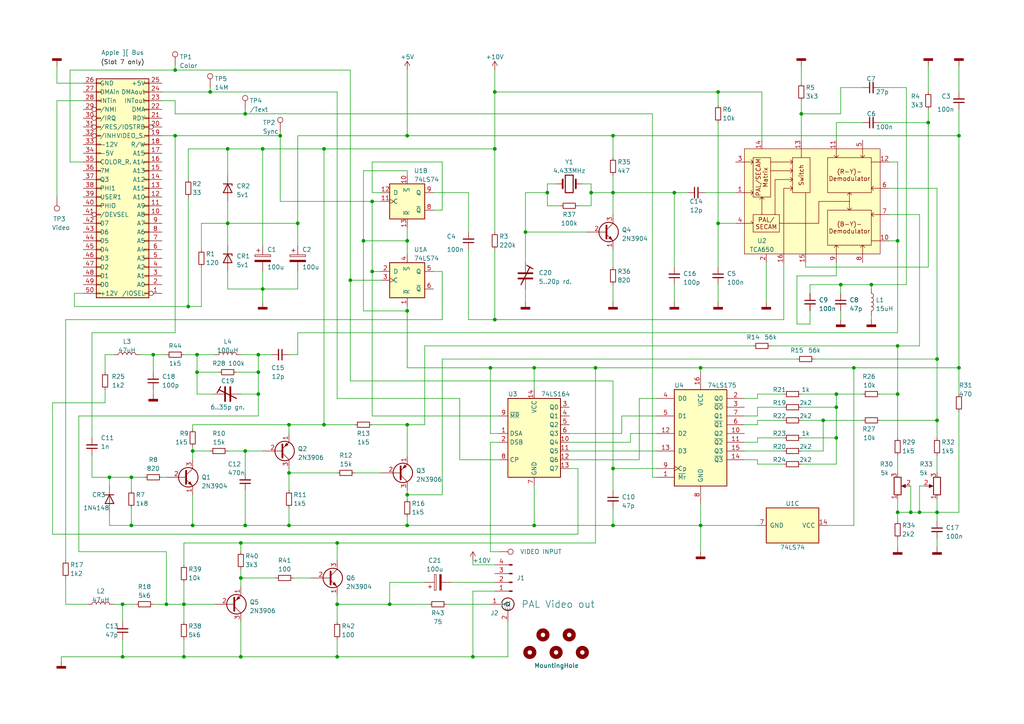
<source format=kicad_sch>
(kicad_sch (version 20230121) (generator eeschema)
  (paper "A4")
  (title_block (title "Apple II PAL Card reloaded") (date "2023-05-06") (rev "2"))
  (junction (at 31.75 138.43))
  (junction (at 118.11 152.4))
  (junction (at 271.78 148.59))
  (junction (at 171.45 55.88))
  (junction (at 278.13 39.37))
  (junction (at 101.6 81.28))
  (junction (at 260.35 69.85))
  (junction (at 60.96 26.67))
  (junction (at 69.85 167.64))
  (junction (at 143.51 26.67))
  (junction (at 208.28 64.77))
  (junction (at 105.41 69.85))
  (junction (at 260.35 148.59))
  (junction (at 74.93 107.95))
  (junction (at 107.95 78.74))
  (junction (at 203.2 152.4))
  (junction (at 242.57 118.11))
  (junction (at 107.95 58.42))
  (junction (at 44.45 102.87))
  (junction (at 118.11 69.85))
  (junction (at 66.04 64.77))
  (junction (at 69.85 157.48))
  (junction (at 50.8 20.32))
  (junction (at 152.4 67.31))
  (junction (at 172.72 106.68))
  (junction (at 76.2 43.18))
  (junction (at 97.79 190.5))
  (junction (at 50.8 39.37))
  (junction (at 238.76 121.92))
  (junction (at 35.56 175.26))
  (junction (at 154.94 106.68))
  (junction (at 54.61 88.9))
  (junction (at 260.35 100.33))
  (junction (at 242.57 114.3))
  (junction (at 71.12 33.02))
  (junction (at 76.2 83.82))
  (junction (at 38.1 152.4))
  (junction (at 66.04 43.18))
  (junction (at 266.7 148.59))
  (junction (at 195.58 55.88))
  (junction (at 97.79 157.48))
  (junction (at 260.35 114.3))
  (junction (at 118.11 39.37))
  (junction (at 158.75 55.88))
  (junction (at 118.11 123.19))
  (junction (at 57.15 107.95))
  (junction (at 69.85 190.5))
  (junction (at 208.28 26.67))
  (junction (at 154.94 152.4))
  (junction (at 247.65 106.68))
  (junction (at 38.1 138.43))
  (junction (at 177.8 55.88))
  (junction (at 177.8 135.89))
  (junction (at 97.79 175.26))
  (junction (at 118.11 143.51))
  (junction (at 93.98 43.18))
  (junction (at 113.03 175.26))
  (junction (at 177.8 152.4))
  (junction (at 232.41 33.02))
  (junction (at 264.16 148.59))
  (junction (at 142.24 106.68))
  (junction (at 137.16 190.5))
  (junction (at 83.82 123.19))
  (junction (at 143.51 92.71))
  (junction (at 57.15 102.87))
  (junction (at 203.2 106.68))
  (junction (at 81.28 39.37))
  (junction (at 35.56 190.5))
  (junction (at 118.11 90.17))
  (junction (at 53.34 190.5))
  (junction (at 74.93 102.87))
  (junction (at 278.13 106.68))
  (junction (at 269.24 35.56))
  (junction (at 53.34 175.26))
  (junction (at 271.78 104.14))
  (junction (at 83.82 152.4))
  (junction (at 48.26 175.26))
  (junction (at 252.73 82.55))
  (junction (at 243.84 82.55))
  (junction (at 55.88 152.4))
  (junction (at 143.51 43.18))
  (junction (at 271.78 121.92))
  (junction (at 74.93 114.3))
  (junction (at 86.36 64.77))
  (junction (at 242.57 127))
  (junction (at 71.12 130.81))
  (junction (at 93.98 123.19))
  (junction (at 177.8 39.37))
  (junction (at 83.82 137.16))
  (junction (at 71.12 152.4))
  (junction (at 55.88 130.81))
  (wire (pts (xy 137.16 190.5) (xy 147.32 190.5)))
  (wire (pts (xy 107.95 78.74) (xy 107.95 120.65)))
  (wire (pts (xy 118.11 50.8) (xy 118.11 49.53)))
  (wire (pts (xy 227.33 76.2) (xy 227.33 92.71)))
  (wire (pts (xy 83.82 137.16) (xy 83.82 142.24)))
  (wire (pts (xy 55.88 152.4) (xy 38.1 152.4)))
  (wire (pts (xy 278.13 39.37) (xy 177.8 39.37)))
  (wire (pts (xy 158.75 55.88) (xy 158.75 53.34)))
  (wire (pts (xy 97.79 157.48) (xy 172.72 157.48)))
  (wire (pts (xy 118.11 123.19) (xy 123.19 123.19)))
  (wire (pts (xy 66.04 64.77) (xy 58.42 64.77)))
  (wire (pts (xy 105.41 69.85) (xy 105.41 90.17)))
  (wire (pts (xy 31.75 138.43) (xy 31.75 140.97)))
  (wire (pts (xy 86.36 39.37) (xy 118.11 39.37)))
  (wire (pts (xy 85.09 167.64) (xy 90.17 167.64)))
  (wire (pts (xy 215.9 120.65) (xy 219.71 120.65)))
  (wire (pts (xy 137.16 163.83) (xy 143.51 163.83)))
  (wire (pts (xy 143.51 72.39) (xy 143.51 92.71)))
  (wire (pts (xy 269.24 19.05) (xy 269.24 26.67)))
  (wire (pts (xy 76.2 83.82) (xy 86.36 83.82)))
  (wire (pts (xy 118.11 149.86) (xy 118.11 152.4)))
  (wire (pts (xy 33.02 175.26) (xy 35.56 175.26)))
  (wire (pts (xy 35.56 175.26) (xy 35.56 180.34)))
  (wire (pts (xy 118.11 69.85) (xy 118.11 73.66)))
  (wire (pts (xy 147.32 180.34) (xy 147.32 190.5)))
  (wire (pts (xy 128.27 46.99) (xy 107.95 46.99)))
  (wire (pts (xy 22.86 120.65) (xy 22.86 160.02)))
  (wire (pts (xy 66.04 83.82) (xy 76.2 83.82)))
  (wire (pts (xy 128.27 143.51) (xy 118.11 143.51)))
  (wire (pts (xy 271.78 151.13) (xy 271.78 148.59)))
  (wire (pts (xy 69.85 190.5) (xy 53.34 190.5)))
  (wire (pts (xy 128.27 60.96) (xy 128.27 46.99)))
  (wire (pts (xy 74.93 107.95) (xy 74.93 114.3)))
  (wire (pts (xy 243.84 33.02) (xy 243.84 25.4)))
  (wire (pts (xy 278.13 39.37) (xy 278.13 106.68)))
  (wire (pts (xy 46.99 26.67) (xy 60.96 26.67)))
  (wire (pts (xy 101.6 81.28) (xy 101.6 110.49)))
  (wire (pts (xy 203.2 106.68) (xy 203.2 107.95)))
  (wire (pts (xy 215.9 133.35) (xy 219.71 133.35)))
  (wire (pts (xy 50.8 39.37) (xy 50.8 96.52)))
  (wire (pts (xy 71.12 152.4) (xy 83.82 152.4)))
  (wire (pts (xy 107.95 58.42) (xy 107.95 78.74)))
  (wire (pts (xy 118.11 106.68) (xy 118.11 90.17)))
  (wire (pts (xy 105.41 49.53) (xy 105.41 69.85)))
  (wire (pts (xy 257.81 69.85) (xy 260.35 69.85)))
  (wire (pts (xy 154.94 152.4) (xy 177.8 152.4)))
  (wire (pts (xy 190.5 125.73) (xy 182.88 125.73)))
  (wire (pts (xy 143.51 20.32) (xy 143.51 26.67)))
  (wire (pts (xy 203.2 152.4) (xy 203.2 160.02)))
  (wire (pts (xy 137.16 171.45) (xy 137.16 190.5)))
  (wire (pts (xy 97.79 190.5) (xy 69.85 190.5)))
  (wire (pts (xy 278.13 19.05) (xy 278.13 26.67)))
  (wire (pts (xy 21.59 85.09) (xy 21.59 88.9)))
  (wire (pts (xy 123.19 100.33) (xy 218.44 100.33)))
  (wire (pts (xy 58.42 64.77) (xy 58.42 72.39)))
  (wire (pts (xy 31.75 138.43) (xy 38.1 138.43)))
  (wire (pts (xy 50.8 96.52) (xy 26.67 96.52)))
  (wire (pts (xy 278.13 31.75) (xy 278.13 39.37)))
  (wire (pts (xy 135.89 55.88) (xy 135.89 67.31)))
  (wire (pts (xy 105.41 90.17) (xy 118.11 90.17)))
  (wire (pts (xy 118.11 123.19) (xy 118.11 132.08)))
  (wire (pts (xy 38.1 152.4) (xy 31.75 152.4)))
  (wire (pts (xy 107.95 123.19) (xy 118.11 123.19)))
  (wire (pts (xy 143.51 92.71) (xy 227.33 92.71)))
  (wire (pts (xy 50.8 20.32) (xy 101.6 20.32)))
  (wire (pts (xy 135.89 92.71) (xy 143.51 92.71)))
  (wire (pts (xy 125.73 55.88) (xy 135.89 55.88)))
  (wire (pts (xy 69.85 167.64) (xy 69.85 170.18)))
  (wire (pts (xy 255.27 35.56) (xy 269.24 35.56)))
  (wire (pts (xy 129.54 175.26) (xy 142.24 175.26)))
  (wire (pts (xy 154.94 140.97) (xy 154.94 152.4)))
  (wire (pts (xy 55.88 129.54) (xy 55.88 130.81)))
  (wire (pts (xy 128.27 104.14) (xy 231.14 104.14)))
  (wire (pts (xy 232.41 118.11) (xy 242.57 118.11)))
  (wire (pts (xy 232.41 134.62) (xy 242.57 134.62)))
  (wire (pts (xy 16.51 29.21) (xy 24.13 29.21)))
  (wire (pts (xy 74.93 102.87) (xy 74.93 107.95)))
  (wire (pts (xy 142.24 106.68) (xy 118.11 106.68)))
  (wire (pts (xy 177.8 135.89) (xy 177.8 110.49)))
  (wire (pts (xy 46.99 39.37) (xy 50.8 39.37)))
  (wire (pts (xy 66.04 130.81) (xy 71.12 130.81)))
  (wire (pts (xy 177.8 72.39) (xy 177.8 77.47)))
  (wire (pts (xy 83.82 137.16) (xy 83.82 135.89)))
  (wire (pts (xy 238.76 121.92) (xy 250.19 121.92)))
  (wire (pts (xy 22.86 160.02) (xy 48.26 160.02)))
  (wire (pts (xy 266.7 148.59) (xy 271.78 148.59)))
  (wire (pts (xy 219.71 115.57) (xy 219.71 114.3)))
  (wire (pts (xy 50.8 39.37) (xy 81.28 39.37)))
  (wire (pts (xy 223.52 100.33) (xy 260.35 100.33)))
  (wire (pts (xy 97.79 190.5) (xy 137.16 190.5)))
  (wire (pts (xy 255.27 114.3) (xy 260.35 114.3)))
  (wire (pts (xy 44.45 102.87) (xy 48.26 102.87)))
  (wire (pts (xy 76.2 43.18) (xy 93.98 43.18)))
  (wire (pts (xy 53.34 157.48) (xy 53.34 163.83)))
  (wire (pts (xy 243.84 82.55) (xy 243.84 85.09)))
  (wire (pts (xy 107.95 46.99) (xy 107.95 55.88)))
  (wire (pts (xy 71.12 130.81) (xy 76.2 130.81)))
  (wire (pts (xy 118.11 66.04) (xy 118.11 69.85)))
  (wire (pts (xy 271.78 156.21) (xy 271.78 158.75)))
  (wire (pts (xy 219.71 128.27) (xy 219.71 127)))
  (wire (pts (xy 57.15 102.87) (xy 57.15 107.95)))
  (wire (pts (xy 125.73 60.96) (xy 128.27 60.96)))
  (wire (pts (xy 63.5 107.95) (xy 57.15 107.95)))
  (wire (pts (xy 81.28 58.42) (xy 107.95 58.42)))
  (wire (pts (xy 105.41 69.85) (xy 118.11 69.85)))
  (wire (pts (xy 133.35 115.57) (xy 133.35 133.35)))
  (wire (pts (xy 215.9 123.19) (xy 219.71 123.19)))
  (wire (pts (xy 69.85 157.48) (xy 97.79 157.48)))
  (wire (pts (xy 154.94 106.68) (xy 154.94 113.03)))
  (wire (pts (xy 177.8 55.88) (xy 171.45 55.88)))
  (wire (pts (xy 190.5 120.65) (xy 180.34 120.65)))
  (wire (pts (xy 60.96 25.4) (xy 60.96 26.67)))
  (wire (pts (xy 137.16 162.56) (xy 137.16 163.83)))
  (wire (pts (xy 190.5 135.89) (xy 177.8 135.89)))
  (wire (pts (xy 113.03 168.91) (xy 123.19 168.91)))
  (wire (pts (xy 54.61 43.18) (xy 66.04 43.18)))
  (wire (pts (xy 233.68 76.2) (xy 233.68 77.47)))
  (wire (pts (xy 130.81 168.91) (xy 143.51 168.91)))
  (wire (pts (xy 243.84 90.17) (xy 243.84 92.71)))
  (wire (pts (xy 242.57 35.56) (xy 242.57 40.64)))
  (wire (pts (xy 255.27 121.92) (xy 271.78 121.92)))
  (wire (pts (xy 16.51 19.05) (xy 16.51 24.13)))
  (wire (pts (xy 165.1 135.89) (xy 167.64 135.89)))
  (wire (pts (xy 278.13 106.68) (xy 278.13 114.3)))
  (wire (pts (xy 152.4 55.88) (xy 152.4 67.31)))
  (wire (pts (xy 26.67 138.43) (xy 31.75 138.43)))
  (wire (pts (xy 118.11 20.32) (xy 118.11 39.37)))
  (wire (pts (xy 243.84 82.55) (xy 252.73 82.55)))
  (wire (pts (xy 60.96 26.67) (xy 97.79 26.67)))
  (wire (pts (xy 219.71 121.92) (xy 227.33 121.92)))
  (wire (pts (xy 97.79 26.67) (xy 97.79 115.57)))
  (wire (pts (xy 152.4 83.82) (xy 152.4 87.63)))
  (wire (pts (xy 264.16 148.59) (xy 266.7 148.59)))
  (wire (pts (xy 80.01 167.64) (xy 69.85 167.64)))
  (wire (pts (xy 143.51 26.67) (xy 143.51 43.18)))
  (wire (pts (xy 271.78 104.14) (xy 271.78 121.92)))
  (wire (pts (xy 232.41 121.92) (xy 238.76 121.92)))
  (wire (pts (xy 97.79 185.42) (xy 97.79 190.5)))
  (wire (pts (xy 76.2 83.82) (xy 76.2 87.63)))
  (wire (pts (xy 154.94 106.68) (xy 172.72 106.68)))
  (wire (pts (xy 232.41 114.3) (xy 242.57 114.3)))
  (wire (pts (xy 66.04 64.77) (xy 66.04 71.12)))
  (wire (pts (xy 20.32 20.32) (xy 50.8 20.32)))
  (wire (pts (xy 220.98 26.67) (xy 220.98 40.64)))
  (wire (pts (xy 172.72 106.68) (xy 172.72 157.48)))
  (wire (pts (xy 240.03 152.4) (xy 247.65 152.4)))
  (wire (pts (xy 57.15 107.95) (xy 57.15 114.3)))
  (wire (pts (xy 53.34 157.48) (xy 69.85 157.48)))
  (wire (pts (xy 219.71 118.11) (xy 227.33 118.11)))
  (wire (pts (xy 40.64 102.87) (xy 44.45 102.87)))
  (wire (pts (xy 158.75 55.88) (xy 152.4 55.88)))
  (wire (pts (xy 262.89 82.55) (xy 262.89 25.4)))
  (wire (pts (xy 50.8 19.05) (xy 50.8 20.32)))
  (wire (pts (xy 101.6 20.32) (xy 101.6 81.28)))
  (wire (pts (xy 53.34 185.42) (xy 53.34 190.5)))
  (wire (pts (xy 71.12 130.81) (xy 71.12 137.16)))
  (wire (pts (xy 177.8 135.89) (xy 177.8 142.24)))
  (wire (pts (xy 66.04 43.18) (xy 76.2 43.18)))
  (wire (pts (xy 57.15 114.3) (xy 62.23 114.3)))
  (wire (pts (xy 171.45 55.88) (xy 171.45 53.34)))
  (wire (pts (xy 35.56 190.5) (xy 53.34 190.5)))
  (wire (pts (xy 242.57 114.3) (xy 242.57 118.11)))
  (wire (pts (xy 180.34 125.73) (xy 165.1 125.73)))
  (wire (pts (xy 69.85 114.3) (xy 74.93 114.3)))
  (wire (pts (xy 165.1 130.81) (xy 190.5 130.81)))
  (wire (pts (xy 102.87 123.19) (xy 93.98 123.19)))
  (wire (pts (xy 31.75 148.59) (xy 31.75 152.4)))
  (wire (pts (xy 203.2 152.4) (xy 219.71 152.4)))
  (wire (pts (xy 242.57 118.11) (xy 242.57 127)))
  (wire (pts (xy 15.24 116.84) (xy 30.48 116.84)))
  (wire (pts (xy 234.95 90.17) (xy 234.95 93.98)))
  (wire (pts (xy 257.81 62.23) (xy 266.7 62.23)))
  (wire (pts (xy 144.78 125.73) (xy 142.24 125.73)))
  (wire (pts (xy 219.71 123.19) (xy 219.71 121.92)))
  (wire (pts (xy 83.82 123.19) (xy 93.98 123.19)))
  (wire (pts (xy 158.75 53.34) (xy 161.29 53.34)))
  (wire (pts (xy 167.64 154.94) (xy 15.24 154.94)))
  (wire (pts (xy 107.95 55.88) (xy 110.49 55.88)))
  (wire (pts (xy 234.95 82.55) (xy 243.84 82.55)))
  (wire (pts (xy 71.12 31.75) (xy 71.12 33.02)))
  (wire (pts (xy 26.67 132.08) (xy 26.67 138.43)))
  (wire (pts (xy 203.2 106.68) (xy 172.72 106.68)))
  (wire (pts (xy 252.73 82.55) (xy 252.73 83.82)))
  (wire (pts (xy 167.64 135.89) (xy 167.64 154.94)))
  (wire (pts (xy 54.61 43.18) (xy 54.61 52.07)))
  (wire (pts (xy 44.45 113.03) (xy 44.45 114.3)))
  (wire (pts (xy 260.35 69.85) (xy 260.35 96.52)))
  (wire (pts (xy 19.05 175.26) (xy 25.4 175.26)))
  (wire (pts (xy 83.82 137.16) (xy 97.79 137.16)))
  (wire (pts (xy 86.36 78.74) (xy 86.36 83.82)))
  (wire (pts (xy 262.89 25.4) (xy 255.27 25.4)))
  (wire (pts (xy 86.36 96.52) (xy 86.36 102.87)))
  (wire (pts (xy 208.28 26.67) (xy 208.28 30.48)))
  (wire (pts (xy 30.48 113.03) (xy 30.48 116.84)))
  (wire (pts (xy 97.79 157.48) (xy 97.79 162.56)))
  (wire (pts (xy 158.75 59.69) (xy 158.75 55.88)))
  (wire (pts (xy 252.73 82.55) (xy 262.89 82.55)))
  (wire (pts (xy 242.57 134.62) (xy 242.57 127)))
  (wire (pts (xy 97.79 175.26) (xy 113.03 175.26)))
  (wire (pts (xy 142.24 128.27) (xy 142.24 160.02)))
  (wire (pts (xy 128.27 104.14) (xy 128.27 143.51)))
  (wire (pts (xy 86.36 64.77) (xy 86.36 71.12)))
  (wire (pts (xy 97.79 175.26) (xy 97.79 180.34)))
  (wire (pts (xy 271.78 144.78) (xy 271.78 148.59)))
  (wire (pts (xy 260.35 156.21) (xy 260.35 158.75)))
  (wire (pts (xy 83.82 123.19) (xy 55.88 123.19)))
  (wire (pts (xy 44.45 107.95) (xy 44.45 102.87)))
  (wire (pts (xy 260.35 148.59) (xy 260.35 151.13)))
  (wire (pts (xy 74.93 102.87) (xy 78.74 102.87)))
  (wire (pts (xy 58.42 88.9) (xy 54.61 88.9)))
  (wire (pts (xy 55.88 123.19) (xy 55.88 124.46)))
  (wire (pts (xy 189.23 33.02) (xy 189.23 138.43)))
  (wire (pts (xy 177.8 147.32) (xy 177.8 152.4)))
  (wire (pts (xy 266.7 140.97) (xy 266.7 148.59)))
  (wire (pts (xy 118.11 88.9) (xy 118.11 90.17)))
  (wire (pts (xy 110.49 81.28) (xy 101.6 81.28)))
  (wire (pts (xy 165.1 133.35) (xy 185.42 133.35)))
  (wire (pts (xy 260.35 114.3) (xy 260.35 127)))
  (wire (pts (xy 81.28 58.42) (xy 81.28 39.37)))
  (wire (pts (xy 143.51 171.45) (xy 137.16 171.45)))
  (wire (pts (xy 26.67 96.52) (xy 26.67 127)))
  (wire (pts (xy 271.78 132.08) (xy 271.78 137.16)))
  (wire (pts (xy 107.95 120.65) (xy 144.78 120.65)))
  (wire (pts (xy 219.71 134.62) (xy 227.33 134.62)))
  (wire (pts (xy 142.24 160.02) (xy 144.78 160.02)))
  (wire (pts (xy 269.24 35.56) (xy 269.24 77.47)))
  (wire (pts (xy 135.89 72.39) (xy 135.89 92.71)))
  (wire (pts (xy 55.88 130.81) (xy 55.88 133.35)))
  (wire (pts (xy 113.03 175.26) (xy 124.46 175.26)))
  (wire (pts (xy 247.65 152.4) (xy 247.65 106.68)))
  (wire (pts (xy 195.58 82.55) (xy 195.58 87.63)))
  (wire (pts (xy 185.42 115.57) (xy 190.5 115.57)))
  (wire (pts (xy 30.48 102.87) (xy 33.02 102.87)))
  (wire (pts (xy 38.1 147.32) (xy 38.1 152.4)))
  (wire (pts (xy 71.12 152.4) (xy 55.88 152.4)))
  (wire (pts (xy 50.8 29.21) (xy 50.8 33.02)))
  (wire (pts (xy 15.24 116.84) (xy 15.24 154.94)))
  (wire (pts (xy 57.15 102.87) (xy 62.23 102.87)))
  (wire (pts (xy 48.26 175.26) (xy 53.34 175.26)))
  (wire (pts (xy 86.36 102.87) (xy 83.82 102.87)))
  (wire (pts (xy 46.99 29.21) (xy 50.8 29.21)))
  (wire (pts (xy 142.24 128.27) (xy 144.78 128.27)))
  (wire (pts (xy 66.04 64.77) (xy 86.36 64.77)))
  (wire (pts (xy 54.61 57.15) (xy 54.61 88.9)))
  (wire (pts (xy 24.13 85.09) (xy 21.59 85.09)))
  (wire (pts (xy 69.85 102.87) (xy 74.93 102.87)))
  (wire (pts (xy 234.95 82.55) (xy 234.95 85.09)))
  (wire (pts (xy 17.78 190.5) (xy 35.56 190.5)))
  (wire (pts (xy 238.76 121.92) (xy 238.76 130.81)))
  (wire (pts (xy 107.95 58.42) (xy 110.49 58.42)))
  (wire (pts (xy 177.8 82.55) (xy 177.8 87.63)))
  (wire (pts (xy 180.34 120.65) (xy 180.34 125.73)))
  (wire (pts (xy 118.11 143.51) (xy 118.11 142.24)))
  (wire (pts (xy 177.8 55.88) (xy 195.58 55.88)))
  (wire (pts (xy 242.57 114.3) (xy 250.19 114.3)))
  (wire (pts (xy 189.23 138.43) (xy 190.5 138.43)))
  (wire (pts (xy 231.14 93.98) (xy 234.95 93.98)))
  (wire (pts (xy 50.8 33.02) (xy 71.12 33.02)))
  (wire (pts (xy 69.85 180.34) (xy 69.85 190.5)))
  (wire (pts (xy 203.2 146.05) (xy 203.2 152.4)))
  (wire (pts (xy 21.59 88.9) (xy 54.61 88.9)))
  (wire (pts (xy 264.16 148.59) (xy 260.35 148.59)))
  (wire (pts (xy 219.71 133.35) (xy 219.71 134.62)))
  (wire (pts (xy 260.35 144.78) (xy 260.35 148.59)))
  (wire (pts (xy 53.34 102.87) (xy 57.15 102.87)))
  (wire (pts (xy 38.1 138.43) (xy 41.91 138.43)))
  (wire (pts (xy 219.71 114.3) (xy 227.33 114.3)))
  (wire (pts (xy 215.9 128.27) (xy 219.71 128.27)))
  (wire (pts (xy 19.05 167.64) (xy 19.05 175.26)))
  (wire (pts (xy 143.51 26.67) (xy 208.28 26.67)))
  (wire (pts (xy 128.27 78.74) (xy 128.27 92.71)))
  (wire (pts (xy 83.82 152.4) (xy 118.11 152.4)))
  (wire (pts (xy 76.2 71.12) (xy 76.2 43.18)))
  (wire (pts (xy 83.82 147.32) (xy 83.82 152.4)))
  (wire (pts (xy 123.19 123.19) (xy 123.19 100.33)))
  (wire (pts (xy 177.8 39.37) (xy 118.11 39.37)))
  (wire (pts (xy 260.35 100.33) (xy 260.35 114.3)))
  (wire (pts (xy 55.88 130.81) (xy 60.96 130.81)))
  (wire (pts (xy 215.9 115.57) (xy 219.71 115.57)))
  (wire (pts (xy 182.88 125.73) (xy 182.88 128.27)))
  (wire (pts (xy 69.85 165.1) (xy 69.85 167.64)))
  (wire (pts (xy 86.36 96.52) (xy 260.35 96.52)))
  (wire (pts (xy 118.11 49.53) (xy 105.41 49.53)))
  (wire (pts (xy 247.65 106.68) (xy 278.13 106.68)))
  (wire (pts (xy 185.42 133.35) (xy 185.42 115.57)))
  (wire (pts (xy 165.1 128.27) (xy 182.88 128.27)))
  (wire (pts (xy 19.05 92.71) (xy 19.05 162.56)))
  (wire (pts (xy 208.28 82.55) (xy 208.28 87.63)))
  (wire (pts (xy 125.73 78.74) (xy 128.27 78.74)))
  (wire (pts (xy 74.93 120.65) (xy 22.86 120.65)))
  (wire (pts (xy 267.97 140.97) (xy 266.7 140.97)))
  (wire (pts (xy 177.8 55.88) (xy 177.8 62.23)))
  (wire (pts (xy 38.1 138.43) (xy 38.1 142.24)))
  (wire (pts (xy 97.79 115.57) (xy 133.35 115.57)))
  (wire (pts (xy 266.7 62.23) (xy 266.7 100.33)))
  (wire (pts (xy 118.11 152.4) (xy 154.94 152.4)))
  (wire (pts (xy 269.24 31.75) (xy 269.24 35.56)))
  (wire (pts (xy 118.11 143.51) (xy 118.11 144.78)))
  (wire (pts (xy 203.2 106.68) (xy 247.65 106.68)))
  (wire (pts (xy 232.41 33.02) (xy 232.41 40.64)))
  (wire (pts (xy 35.56 185.42) (xy 35.56 190.5)))
  (wire (pts (xy 168.91 53.34) (xy 171.45 53.34)))
  (wire (pts (xy 231.14 80.01) (xy 231.14 93.98)))
  (wire (pts (xy 177.8 50.8) (xy 177.8 55.88)))
  (wire (pts (xy 19.05 92.71) (xy 128.27 92.71)))
  (wire (pts (xy 102.87 137.16) (xy 110.49 137.16)))
  (wire (pts (xy 233.68 77.47) (xy 269.24 77.47)))
  (wire (pts (xy 53.34 175.26) (xy 53.34 180.34)))
  (wire (pts (xy 83.82 125.73) (xy 83.82 123.19)))
  (wire (pts (xy 260.35 132.08) (xy 260.35 137.16)))
  (wire (pts (xy 162.56 59.69) (xy 158.75 59.69)))
  (wire (pts (xy 232.41 29.21) (xy 232.41 33.02)))
  (wire (pts (xy 44.45 175.26) (xy 48.26 175.26)))
  (wire (pts (xy 66.04 78.74) (xy 66.04 83.82)))
  (wire (pts (xy 219.71 127) (xy 227.33 127)))
  (wire (pts (xy 260.35 46.99) (xy 260.35 69.85)))
  (wire (pts (xy 113.03 168.91) (xy 113.03 175.26)))
  (wire (pts (xy 242.57 80.01) (xy 231.14 80.01)))
  (wire (pts (xy 93.98 43.18) (xy 93.98 123.19)))
  (wire (pts (xy 152.4 67.31) (xy 170.18 67.31)))
  (wire (pts (xy 55.88 143.51) (xy 55.88 152.4)))
  (wire (pts (xy 74.93 114.3) (xy 74.93 120.65)))
  (wire (pts (xy 204.47 55.88) (xy 213.36 55.88)))
  (wire (pts (xy 97.79 172.72) (xy 97.79 175.26)))
  (wire (pts (xy 143.51 43.18) (xy 143.51 67.31)))
  (wire (pts (xy 35.56 175.26) (xy 39.37 175.26)))
  (wire (pts (xy 177.8 39.37) (xy 177.8 45.72)))
  (wire (pts (xy 232.41 127) (xy 242.57 127)))
  (wire (pts (xy 17.78 190.5) (xy 17.78 191.77)))
  (wire (pts (xy 250.19 35.56) (xy 242.57 35.56)))
  (wire (pts (xy 107.95 78.74) (xy 110.49 78.74)))
  (wire (pts (xy 278.13 119.38) (xy 278.13 148.59)))
  (wire (pts (xy 133.35 133.35) (xy 144.78 133.35)))
  (wire (pts (xy 271.78 148.59) (xy 278.13 148.59)))
  (wire (pts (xy 20.32 46.99) (xy 24.13 46.99)))
  (wire (pts (xy 222.25 76.2) (xy 222.25 87.63)))
  (wire (pts (xy 177.8 152.4) (xy 203.2 152.4)))
  (wire (pts (xy 236.22 104.14) (xy 271.78 104.14)))
  (wire (pts (xy 46.99 138.43) (xy 48.26 138.43)))
  (wire (pts (xy 243.84 25.4) (xy 250.19 25.4)))
  (wire (pts (xy 215.9 130.81) (xy 227.33 130.81)))
  (wire (pts (xy 232.41 19.05) (xy 232.41 24.13)))
  (wire (pts (xy 66.04 58.42) (xy 66.04 64.77)))
  (wire (pts (xy 154.94 106.68) (xy 142.24 106.68)))
  (wire (pts (xy 142.24 106.68) (xy 142.24 125.73)))
  (wire (pts (xy 86.36 39.37) (xy 86.36 64.77)))
  (wire (pts (xy 271.78 54.61) (xy 271.78 104.14)))
  (wire (pts (xy 76.2 78.74) (xy 76.2 83.82)))
  (wire (pts (xy 264.16 140.97) (xy 264.16 148.59)))
  (wire (pts (xy 171.45 55.88) (xy 171.45 59.69)))
  (wire (pts (xy 208.28 64.77) (xy 213.36 64.77)))
  (wire (pts (xy 177.8 110.49) (xy 101.6 110.49)))
  (wire (pts (xy 16.51 24.13) (xy 24.13 24.13)))
  (wire (pts (xy 93.98 43.18) (xy 143.51 43.18)))
  (wire (pts (xy 152.4 67.31) (xy 152.4 76.2)))
  (wire (pts (xy 238.76 130.81) (xy 232.41 130.81)))
  (wire (pts (xy 71.12 33.02) (xy 189.23 33.02)))
  (wire (pts (xy 252.73 91.44) (xy 252.73 92.71)))
  (wire (pts (xy 195.58 55.88) (xy 195.58 77.47)))
  (wire (pts (xy 69.85 157.48) (xy 69.85 160.02)))
  (wire (pts (xy 53.34 175.26) (xy 62.23 175.26)))
  (wire (pts (xy 257.81 54.61) (xy 271.78 54.61)))
  (wire (pts (xy 16.51 57.15) (xy 16.51 29.21)))
  (wire (pts (xy 208.28 64.77) (xy 208.28 77.47)))
  (wire (pts (xy 30.48 102.87) (xy 30.48 107.95)))
  (wire (pts (xy 53.34 168.91) (xy 53.34 175.26)))
  (wire (pts (xy 199.39 55.88) (xy 195.58 55.88)))
  (wire (pts (xy 68.58 107.95) (xy 74.93 107.95)))
  (wire (pts (xy 266.7 100.33) (xy 260.35 100.33)))
  (wire (pts (xy 58.42 77.47) (xy 58.42 88.9)))
  (wire (pts (xy 271.78 121.92) (xy 271.78 127)))
  (wire (pts (xy 81.28 38.1) (xy 81.28 39.37)))
  (wire (pts (xy 219.71 120.65) (xy 219.71 118.11)))
  (wire (pts (xy 48.26 160.02) (xy 48.26 175.26)))
  (wire (pts (xy 208.28 26.67) (xy 220.98 26.67)))
  (wire (pts (xy 208.28 35.56) (xy 208.28 64.77)))
  (wire (pts (xy 257.81 46.99) (xy 260.35 46.99)))
  (wire (pts (xy 66.04 43.18) (xy 66.04 50.8)))
  (wire (pts (xy 242.57 76.2) (xy 242.57 80.01)))
  (wire (pts (xy 71.12 142.24) (xy 71.12 152.4)))
  (wire (pts (xy 171.45 59.69) (xy 167.64 59.69)))
  (wire (pts (xy 20.32 20.32) (xy 20.32 46.99)))
  (wire (pts (xy 232.41 33.02) (xy 243.84 33.02)))
  (label "(Slot 7 only)" (at 29.21 19.05 0))
  (symbol (lib_id "power:GNDD") (at 208.28 87.63 0) (unit 1)
    (property "Reference" "#PWR012" (effects hide))
    (property "Value" "GNDD" (effects hide))
  )
  (symbol (lib_id "power:GNDD") (at 195.58 87.63 0) (unit 1)
    (property "Reference" "#PWR013" (effects hide))
    (property "Value" "GNDD" (effects hide))
  )
  (symbol (lib_id "Device:L") (at 29.21 175.26 90) (unit 1)
    (property "Reference" "L2" (at 29.21 171.45 90))
    (property "Value" "47uH" (at 29.21 173.99 90))
    (property "Footprint" "Inductor_THT:L_Axial_L5.3mm_D2.2mm_P10.16mm_Horizontal_Vishay_IM-1" (effects hide))
  )
  (symbol (lib_id "Device:Q_NPN_EBC") (at 175.26 67.31 0) (unit 1)
    (property "Reference" "Q4" (at 180.34 66.675 0) (effects (justify left)))
    (property "Value" "2N3904" (at 180.34 69.215 0) (effects (justify left)))
    (property "Footprint" "Package_TO_SOT_THT:TO-92" (effects hide))
  )
  (symbol (lib_id "Device:R_Small") (at 177.8 48.26 0) (unit 1)
    (property "Reference" "R35" (at 179.07 46.99 0) (effects (justify left)))
    (property "Value" "4k7" (at 179.07 49.53 0) (effects (justify left)))
    (property "Footprint" "Apple:R" (effects hide))
  )
  (symbol (lib_id "Device:R_Small") (at 229.87 134.62 90) (unit 1)
    (property "Reference" "R24" (at 226.06 133.35 90))
    (property "Value" "2k2" (at 233.68 133.35 90))
    (property "Footprint" "Apple:R" (effects hide))
  )
  (symbol (lib_id "Device:R_Small") (at 82.55 167.64 90) (unit 1)
    (property "Reference" "R41" (at 82.55 162.56 90))
    (property "Value" "100" (at 82.55 165.1 90))
    (property "Footprint" "Apple:R" (effects hide))
  )
  (symbol (lib_id "power:+10V") (at 137.16 162.56 0) (unit 1)
    (property "Reference" "#PWR02" (effects hide))
    (property "Value" "+10V" (at 139.7 162.56 0))
  )
  (symbol (lib_id "Device:R_Small") (at 260.35 129.54 0) (unit 1)
    (property "Reference" "R29" (at 261.62 128.27 0) (effects (justify left)))
    (property "Value" "1k5" (at 261.62 130.81 0) (effects (justify left)))
    (property "Footprint" "Apple:R" (effects hide))
  )
  (symbol (lib_id "Diode:BZD27Cxx") (at 66.04 74.93 270) (unit 1)
    (property "Reference" "CR1" (at 68.58 74.295 90) (effects (justify left)))
    (property "Value" "5v1" (at 68.58 76.835 90) (effects (justify left)))
    (property "Footprint" "Diode_THT:D_DO-35_SOD27_P7.62mm_Horizontal" (effects hide))
    (property "Datasheet" "https://www.vishay.com/docs/85153/bzd27series.pdf" (effects hide))
  )
  (symbol (lib_id "Device:C_Small") (at 71.12 139.7 180) (unit 1)
    (property "Reference" "C12" (at 66.04 134.62 0) (effects (justify right)))
    (property "Value" "470n" (at 66.04 137.16 0) (effects (justify right)))
    (property "Footprint" "Capacitor_THT:C_Disc_D4.3mm_W1.9mm_P5.00mm" (effects hide))
  )
  (symbol (lib_id "power:GNDD") (at 203.2 160.02 0) (unit 1)
    (property "Reference" "#PWR027" (effects hide))
    (property "Value" "GNDD" (effects hide))
  )
  (symbol (lib_id "Device:R_Small") (at 165.1 59.69 90) (unit 1)
    (property "Reference" "R37" (at 165.1 62.23 90))
    (property "Value" "100k" (at 165.1 64.77 90))
    (property "Footprint" "Apple:R" (effects hide))
  )
  (symbol (lib_id "Apple:Cinch") (at 147.32 175.26 0) (unit 1)
    (property "Reference" "J2" (at 142.24 177.8 0) (effects (justify left)))
    (property "Value" "PAL Video out" (at 151.13 175.26 0) (effects (font (size 2 2)) (justify left)))
    (property "Footprint" "Apple:Cinch" (effects hide))
    (property "Datasheet" " ~" (effects hide))
  )
  (symbol (lib_id "Device:R_Small") (at 269.24 29.21 0) (unit 1)
    (property "Reference" "R4" (at 264.16 27.94 0) (effects (justify left)))
    (property "Value" "3k3" (at 264.16 30.48 0) (effects (justify left)))
    (property "Footprint" "Apple:R" (effects hide))
  )
  (symbol (lib_id "74xx:74LS175") (at 203.2 125.73 0) (unit 1)
    (property "Reference" "U4" (at 195.58 111.76 0) (effects (justify left)))
    (property "Value" "74LS175" (at 205.1559 111.76 0) (effects (justify left)))
    (property "Footprint" "Package_DIP:DIP-16_W7.62mm_Socket" (effects hide))
    (property "Datasheet" "http://www.ti.com/lit/gpn/sn74LS175" (effects hide))
  )
  (symbol (lib_id "Diode:BZD27Cxx") (at 66.04 54.61 270) (unit 1)
    (property "Reference" "CR2" (at 68.58 53.975 90) (effects (justify left)))
    (property "Value" "5v1" (at 68.58 56.515 90) (effects (justify left)))
    (property "Footprint" "Diode_THT:D_DO-35_SOD27_P7.62mm_Horizontal" (effects hide))
    (property "Datasheet" "https://www.vishay.com/docs/85153/bzd27series.pdf" (effects hide))
  )
  (symbol (lib_id "Device:R_Potentiometer") (at 271.78 140.97 180) (unit 1)
    (property "Reference" "R33" (at 266.7 134.62 0) (effects (justify right)))
    (property "Value" "5k" (at 266.7 137.16 0) (effects (justify right)))
    (property "Footprint" "Potentiometer_THT:Potentiometer_Piher_PT-10-H01_Horizontal" (effects hide))
  )
  (symbol (lib_id "Device:C_Small") (at 26.67 129.54 180) (unit 1)
    (property "Reference" "C11" (at 29.21 127 0) (effects (justify right)))
    (property "Value" "1n" (at 29.21 129.54 0) (effects (justify right)))
    (property "Footprint" "Capacitor_THT:C_Disc_D4.3mm_W1.9mm_P5.00mm" (effects hide))
  )
  (symbol (lib_id "Device:R_Small") (at 105.41 123.19 90) (unit 1)
    (property "Reference" "R13" (at 105.41 125.73 90))
    (property "Value" "1k5" (at 105.41 128.27 90))
    (property "Footprint" "Apple:R" (effects hide))
  )
  (symbol (lib_id "power:GNDD") (at 260.35 158.75 0) (unit 1)
    (property "Reference" "#PWR019" (effects hide))
    (property "Value" "GNDD" (effects hide))
  )
  (symbol (lib_id "power:GNDD") (at 243.84 92.71 0) (unit 1)
    (property "Reference" "#PWR09" (effects hide))
    (property "Value" "GNDD" (effects hide))
  )
  (symbol (lib_id "Device:R_Small") (at 41.91 175.26 90) (unit 1)
    (property "Reference" "R18" (at 41.91 170.18 90))
    (property "Value" "5k6" (at 41.91 172.72 90))
    (property "Footprint" "Apple:R" (effects hide))
  )
  (symbol (lib_id "Device:R_Small") (at 252.73 121.92 90) (unit 1)
    (property "Reference" "R27" (at 254 124.46 90) (effects (justify left)))
    (property "Value" "10k" (at 254 127 90) (effects (justify left)))
    (property "Footprint" "Apple:R" (effects hide))
  )
  (symbol (lib_id "Device:C_Small") (at 208.28 80.01 0) (unit 1)
    (property "Reference" "C5" (at 210.82 79.3813 0) (effects (justify left)))
    (property "Value" "100n" (at 210.82 81.9213 0) (effects (justify left)))
    (property "Footprint" "Capacitor_THT:C_Disc_D4.3mm_W1.9mm_P5.00mm" (effects hide))
  )
  (symbol (lib_id "Device:C_Small") (at 243.84 87.63 0) (unit 1)
    (property "Reference" "C8" (at 246.38 87.0013 0) (effects (justify left)))
    (property "Value" "47p" (at 246.38 89.5413 0) (effects (justify left)))
    (property "Footprint" "Capacitor_THT:C_Disc_D4.3mm_W1.9mm_P5.00mm" (effects hide))
  )
  (symbol (lib_id "Device:R_Small") (at 233.68 104.14 90) (unit 1)
    (property "Reference" "R15" (at 231.14 101.6 90))
    (property "Value" "56k" (at 236.22 101.6 90))
    (property "Footprint" "Apple:R" (effects hide))
  )
  (symbol (lib_id "power:GNDD") (at 232.41 19.05 180) (unit 1)
    (property "Reference" "#PWR05" (effects hide))
    (property "Value" "GNDD" (effects hide))
  )
  (symbol (lib_id "power:GNDD") (at 271.78 158.75 0) (unit 1)
    (property "Reference" "#PWR018" (effects hide))
    (property "Value" "GNDD" (effects hide))
  )
  (symbol (lib_id "Device:C_Small") (at 201.93 55.88 90) (unit 1)
    (property "Reference" "C14" (at 201.93 58.42 90))
    (property "Value" "12p" (at 201.93 60.96 90))
    (property "Footprint" "Capacitor_THT:C_Disc_D4.3mm_W1.9mm_P5.00mm" (effects hide))
  )
  (symbol (lib_id "Device:L") (at 252.73 87.63 0) (unit 1)
    (property "Reference" "L1" (at 254 86.995 0) (effects (justify left)))
    (property "Value" "15uH" (at 254 89.535 0) (effects (justify left)))
    (property "Footprint" "Inductor_THT:L_Axial_L5.3mm_D2.2mm_P10.16mm_Horizontal_Vishay_IM-1" (effects hide))
  )
  (symbol (lib_id "Mechanical:MountingHole") (at 157.48 184.15 0) (unit 1)
    (property "Reference" "H4" (effects hide))
    (property "Value" "MountingHole" (effects hide))
    (property "Footprint" "MountingHole:MountingHole_3.2mm_M3" (effects hide))
  )
  (symbol (lib_id "Mechanical:MountingHole") (at 153.67 189.23 0) (unit 1)
    (property "Reference" "H1" (effects hide))
    (property "Value" "MountingHole" (at 154.94 193.04 0) (effects (justify left)))
    (property "Footprint" "MountingHole:MountingHole_2mm" (effects hide))
  )
  (symbol (lib_id "Device:C_Small") (at 195.58 80.01 180) (unit 1)
    (property "Reference" "C16" (at 198.12 79.3686 0) (effects (justify right)))
    (property "Value" "100p" (at 198.12 81.9086 0) (effects (justify right)))
    (property "Footprint" "Capacitor_THT:C_Disc_D4.3mm_W1.9mm_P5.00mm" (effects hide))
  )
  (symbol (lib_id "Device:R_Small") (at 100.33 137.16 90) (unit 1)
    (property "Reference" "R12" (at 100.33 132.08 90))
    (property "Value" "15k" (at 100.33 134.62 90))
    (property "Footprint" "Apple:R" (effects hide))
  )
  (symbol (lib_id "Device:R_Small") (at 30.48 110.49 180) (unit 1)
    (property "Reference" "R25" (at 34.29 109.22 0))
    (property "Value" "1k2" (at 34.29 111.76 0))
    (property "Footprint" "Apple:R" (effects hide))
  )
  (symbol (lib_id "Device:C_Small") (at 252.73 25.4 90) (unit 1)
    (property "Reference" "C7" (at 254 22.86 90) (effects (justify left)))
    (property "Value" "27p" (at 257.81 26.67 90) (effects (justify left)))
    (property "Footprint" "Capacitor_THT:C_Disc_D4.3mm_W1.9mm_P5.00mm" (effects hide))
  )
  (symbol (lib_id "Connector:TestPoint") (at 50.8 19.05 0) (unit 1)
    (property "Reference" "TP1" (at 52.07 16.51 0) (effects (justify left)))
    (property "Value" "Color" (at 52.07 19.05 0) (effects (justify left)))
    (property "Footprint" "TestPoint:TestPoint_THTPad_D2.0mm_Drill1.0mm" (effects hide))
  )
  (symbol (lib_id "Device:R_Small") (at 55.88 127 180) (unit 1)
    (property "Reference" "R9" (at 52.07 125.73 0) (effects (justify right)))
    (property "Value" "1k5" (at 50.8 128.27 0) (effects (justify right)))
    (property "Footprint" "Apple:R" (effects hide))
  )
  (symbol (lib_id "Device:R_Small") (at 271.78 129.54 0) (unit 1)
    (property "Reference" "R32" (at 273.05 128.27 0) (effects (justify left)))
    (property "Value" "1k5" (at 273.05 130.81 0) (effects (justify left)))
    (property "Footprint" "Apple:R" (effects hide))
  )
  (symbol (lib_id "Device:L") (at 36.83 102.87 90) (unit 1)
    (property "Reference" "L3" (at 36.83 99.06 90))
    (property "Value" "47uH" (at 36.83 101.6 90))
    (property "Footprint" "Inductor_THT:L_Axial_L5.3mm_D2.2mm_P10.16mm_Horizontal_Vishay_IM-1" (effects hide))
  )
  (symbol (lib_id "Device:R_Small") (at 232.41 26.67 0) (unit 1)
    (property "Reference" "R5" (at 233.68 25.4 0) (effects (justify left)))
    (property "Value" "3k3" (at 233.68 27.94 0) (effects (justify left)))
    (property "Footprint" "Apple:R" (effects hide))
  )
  (symbol (lib_id "Device:C_Trim") (at 152.4 80.01 0) (unit 1)
    (property "Reference" "C20" (at 156.21 79.121 0) (effects (justify left)))
    (property "Value" "5..20p rd." (at 156.21 81.661 0) (effects (justify left)))
    (property "Footprint" "Apple:Trimmer" (effects hide))
  )
  (symbol (lib_id "power:GNDD") (at 177.8 87.63 0) (unit 1)
    (property "Reference" "#PWR014" (effects hide))
    (property "Value" "GNDD" (effects hide))
  )
  (symbol (lib_id "Device:R_Small") (at 97.79 182.88 180) (unit 1)
    (property "Reference" "R42" (at 99.06 181.61 0) (effects (justify right)))
    (property "Value" "100" (at 99.06 184.15 0) (effects (justify right)))
    (property "Footprint" "Apple:R" (effects hide))
  )
  (symbol (lib_id "Device:R_Potentiometer") (at 260.35 140.97 0) (mirror x) (unit 1)
    (property "Reference" "R30" (at 259.08 134.62 0) (effects (justify right)))
    (property "Value" "5k" (at 257.81 137.16 0) (effects (justify right)))
    (property "Footprint" "Potentiometer_THT:Potentiometer_Piher_PT-10-H01_Horizontal" (effects hide))
  )
  (symbol (lib_id "Device:R_Small") (at 208.28 33.02 0) (unit 1)
    (property "Reference" "R6" (at 209.55 31.75 0) (effects (justify left)))
    (property "Value" "10k" (at 209.55 34.29 0) (effects (justify left)))
    (property "Footprint" "Apple:R" (effects hide))
  )
  (symbol (lib_id "Device:R_Small") (at 229.87 130.81 90) (unit 1)
    (property "Reference" "R20" (at 226.06 129.54 90))
    (property "Value" "2k2" (at 233.68 129.54 90))
    (property "Footprint" "Apple:R" (effects hide))
  )
  (symbol (lib_id "power:GNDD") (at 269.24 19.05 180) (unit 1)
    (property "Reference" "#PWR07" (effects hide))
    (property "Value" "GNDD" (effects hide))
  )
  (symbol (lib_id "Mechanical:MountingHole") (at 168.91 189.23 0) (unit 1)
    (property "Reference" "H3" (effects hide))
    (property "Value" "MountingHole" (effects hide))
    (property "Footprint" "MountingHole:MountingHole_2mm" (effects hide))
  )
  (symbol (lib_id "Device:Crystal") (at 165.1 53.34 180) (unit 1)
    (property "Reference" "Y1" (at 165.1 46.99 0))
    (property "Value" "4.433MHz" (at 165.1 49.53 0))
    (property "Footprint" "Crystal:Crystal_HC49-U_Horizontal" (effects hide))
  )
  (symbol (lib_id "Device:C_Small") (at 44.45 110.49 180) (unit 1)
    (property "Reference" "C18" (at 46.99 109.22 0) (effects (justify right)))
    (property "Value" "100p" (at 46.99 111.76 0) (effects (justify right)))
    (property "Footprint" "Capacitor_THT:C_Disc_D4.3mm_W1.9mm_P5.00mm" (effects hide))
  )
  (symbol (lib_id "power:GNDD") (at 278.13 19.05 180) (unit 1)
    (property "Reference" "#PWR06" (effects hide))
    (property "Value" "GNDD" (effects hide))
  )
  (symbol (lib_id "Connector:Conn_01x04_Pin") (at 148.59 168.91 180) (unit 1)
    (property "Reference" "J1" (at 149.86 167.64 0) (effects (justify right)))
    (property "Value" "Modulator" (effects hide))
    (property "Footprint" "Connector_PinHeader_2.54mm:PinHeader_1x04_P2.54mm_Vertical" (effects hide))
  )
  (symbol (lib_id "Connector:TestPoint") (at 71.12 31.75 0) (unit 1)
    (property "Reference" "TP4" (at 72.39 29.21 0) (effects (justify left)))
    (property "Value" "/Text" (at 72.39 31.75 0) (effects (justify left)))
    (property "Footprint" "TestPoint:TestPoint_THTPad_D2.0mm_Drill1.0mm" (effects hide))
  )
  (symbol (lib_id "power:+10V") (at 143.51 20.32 0) (unit 1)
    (property "Reference" "#PWR03" (effects hide))
    (property "Value" "+10V" (at 143.51 16.51 0))
  )
  (symbol (lib_id "power:GNDD") (at 152.4 87.63 0) (unit 1)
    (property "Reference" "#PWR015" (effects hide))
    (property "Value" "GNDD" (effects hide))
  )
  (symbol (lib_id "Device:C_Polarized") (at 127 168.91 90) (unit 1)
    (property "Reference" "C21" (at 126.111 162.56 90))
    (property "Value" "100u" (at 126.111 165.1 90))
    (property "Footprint" "Capacitor_THT:CP_Radial_D8.0mm_P3.50mm" (effects hide))
  )
  (symbol (lib_id "Device:C_Polarized") (at 86.36 74.93 0) (unit 1)
    (property "Reference" "C2" (at 87.63 72.39 0) (effects (justify left)))
    (property "Value" "100u" (at 87.63 77.47 0) (effects (justify left)))
    (property "Footprint" "Capacitor_THT:CP_Radial_D8.0mm_P3.50mm" (effects hide))
  )
  (symbol (lib_id "power:GNDD") (at 76.2 87.63 0) (unit 1)
    (property "Reference" "#PWR025" (effects hide))
    (property "Value" "GNDD" (effects hide))
  )
  (symbol (lib_id "Device:R_Small") (at 66.04 107.95 90) (unit 1)
    (property "Reference" "R28" (at 63.5 105.41 90))
    (property "Value" "100k" (at 68.58 105.41 90))
    (property "Footprint" "Apple:R" (effects hide))
  )
  (symbol (lib_id "Device:R_Small") (at 252.73 114.3 90) (unit 1)
    (property "Reference" "R26" (at 254 109.22 90) (effects (justify left)))
    (property "Value" "10k" (at 254 111.76 90) (effects (justify left)))
    (property "Footprint" "Apple:R" (effects hide))
  )
  (symbol (lib_id "Device:C_Small") (at 135.89 69.85 180) (unit 1)
    (property "Reference" "C4" (at 129.54 68.58 0) (effects (justify right)))
    (property "Value" "100n" (at 129.54 72.39 0) (effects (justify right)))
    (property "Footprint" "Capacitor_THT:C_Disc_D4.3mm_W1.9mm_P5.00mm" (effects hide))
  )
  (symbol (lib_id "Device:C_Trim") (at 66.04 114.3 90) (unit 1)
    (property "Reference" "C19" (at 66.04 110.49 90))
    (property "Value" "6..35p gn." (at 66.04 118.11 90))
    (property "Footprint" "Apple:Trimmer" (effects hide))
  )
  (symbol (lib_id "Device:R_Small") (at 127 175.26 90) (unit 1)
    (property "Reference" "R43" (at 127 177.8 90))
    (property "Value" "75" (at 127 180.34 90))
    (property "Footprint" "Apple:R" (effects hide))
  )
  (symbol (lib_id "Mechanical:MountingHole") (at 165.1 184.15 0) (unit 1)
    (property "Reference" "H5" (effects hide))
    (property "Value" "MountingHole" (effects hide))
    (property "Footprint" "MountingHole:MountingHole_3.2mm_M3" (effects hide))
  )
  (symbol (lib_id "Device:R_Small") (at 54.61 54.61 0) (unit 1)
    (property "Reference" "R2" (at 58.42 53.34 0) (effects (justify right)))
    (property "Value" "33" (at 58.42 55.88 0) (effects (justify right)))
    (property "Footprint" "Resistor_THT:R_Axial_DIN0207_L6.3mm_D2.5mm_P15.24mm_Horizontal" (effects hide))
  )
  (symbol (lib_id "Device:R_Small") (at 229.87 118.11 90) (unit 1)
    (property "Reference" "R19" (at 226.06 116.84 90))
    (property "Value" "2k2" (at 233.68 116.84 90))
    (property "Footprint" "Apple:R" (effects hide))
  )
  (symbol (lib_id "Device:C_Small") (at 234.95 87.63 0) (unit 1)
    (property "Reference" "C9" (at 237.49 87.0013 0) (effects (justify left)))
    (property "Value" "100n" (at 237.49 89.5413 0) (effects (justify left)))
    (property "Footprint" "Capacitor_THT:C_Disc_D4.3mm_W1.9mm_P5.00mm" (effects hide))
  )
  (symbol (lib_id "Device:R_Small") (at 83.82 144.78 180) (unit 1)
    (property "Reference" "R11" (at 85.09 143.51 0) (effects (justify right)))
    (property "Value" "1k5" (at 85.09 146.05 0) (effects (justify right)))
    (property "Footprint" "Apple:R" (effects hide))
  )
  (symbol (lib_id "Device:R_Small") (at 19.05 165.1 180) (unit 1)
    (property "Reference" "R17" (at 20.32 163.83 0) (effects (justify right)))
    (property "Value" "1k2" (at 20.32 166.37 0) (effects (justify right)))
    (property "Footprint" "Apple:R" (effects hide))
  )
  (symbol (lib_id "Device:R_Small") (at 69.85 162.56 180) (unit 1)
    (property "Reference" "R40" (at 71.12 161.29 0) (effects (justify right)))
    (property "Value" "3k3" (at 71.12 163.83 0) (effects (justify right)))
    (property "Footprint" "Apple:R" (effects hide))
  )
  (symbol (lib_id "Device:C_Polarized") (at 76.2 74.93 0) (unit 1)
    (property "Reference" "C1" (at 77.47 72.39 0) (effects (justify left)))
    (property "Value" "100u" (at 77.47 77.47 0) (effects (justify left)))
    (property "Footprint" "Capacitor_THT:CP_Radial_D8.0mm_P3.50mm" (effects hide))
  )
  (symbol (lib_id "Device:R_Small") (at 278.13 116.84 0) (unit 1)
    (property "Reference" "R31" (at 278.13 111.76 0) (effects (justify left)))
    (property "Value" "470" (at 278.13 114.3 0) (effects (justify left)))
    (property "Footprint" "Apple:R" (effects hide))
  )
  (symbol (lib_id "power:GNDD") (at 16.51 19.05 180) (unit 1)
    (property "Reference" "#PWR026" (effects hide))
    (property "Value" "GNDD" (effects hide))
  )
  (symbol (lib_id "power:GNDD") (at 44.45 114.3 0) (unit 1)
    (property "Reference" "#PWR030" (effects hide))
    (property "Value" "GNDD" (effects hide))
  )
  (symbol (lib_id "Device:D") (at 31.75 144.78 270) (unit 1)
    (property "Reference" "CR3" (at 26.67 143.51 90) (effects (justify left)))
    (property "Value" "1N4148" (at 24.13 147.32 90) (effects (justify left)))
    (property "Footprint" "Diode_THT:D_DO-34_SOD68_P7.62mm_Horizontal" (effects hide))
    (property "Sim.Device" "D" (effects hide))
    (property "Sim.Pins" "1=K 2=A" (effects hide))
  )
  (symbol (lib_id "Mechanical:MountingHole") (at 161.29 189.23 0) (unit 1)
    (property "Reference" "H2" (effects hide))
    (property "Value" "MountingHole" (effects hide))
    (property "Footprint" "MountingHole:MountingHole_2mm" (effects hide))
  )
  (symbol (lib_id "Device:R_Small") (at 58.42 74.93 180) (unit 1)
    (property "Reference" "R1" (at 59.69 73.66 0) (effects (justify right)))
    (property "Value" "120" (at 59.69 76.2 0) (effects (justify right)))
    (property "Footprint" "Resistor_THT:R_Axial_DIN0207_L6.3mm_D2.5mm_P15.24mm_Horizontal" (effects hide))
  )
  (symbol (lib_id "power:+5V") (at 118.11 20.32 0) (unit 1)
    (property "Reference" "#PWR04" (effects hide))
    (property "Value" "+5V" (at 118.11 16.51 0))
  )
  (symbol (lib_id "Device:Q_NPN_EBC") (at 53.34 138.43 0) (unit 1)
    (property "Reference" "Q1" (at 58.42 138.43 0) (effects (justify left)))
    (property "Value" "2N3904" (at 58.42 140.97 0) (effects (justify left)))
    (property "Footprint" "Package_TO_SOT_THT:TO-92" (effects hide))
  )
  (symbol (lib_id "Device:Q_NPN_EBC") (at 95.25 167.64 0) (unit 1)
    (property "Reference" "Q6" (at 100.33 167.64 0) (effects (justify left)))
    (property "Value" "2N3904" (at 100.33 170.18 0) (effects (justify left)))
    (property "Footprint" "Package_TO_SOT_THT:TO-92" (effects hide))
  )
  (symbol (lib_id "74xx:74HC164") (at 154.94 125.73 0) (unit 1)
    (property "Reference" "U3" (at 147.32 114.3 0) (effects (justify left)))
    (property "Value" "74LS164" (at 156.8959 114.3 0) (effects (justify left)))
    (property "Footprint" "Package_DIP:DIP-14_W7.62mm_Socket" (effects hide))
    (property "Datasheet" "https://assets.nexperia.com/documents/data-sheet/74HC_HCT164.pdf" (effects hide))
  )
  (symbol (lib_id "Device:R_Small") (at 53.34 166.37 180) (unit 1)
    (property "Reference" "R39" (at 54.61 165.1 0) (effects (justify right)))
    (property "Value" "10k" (at 54.61 167.64 0) (effects (justify right)))
    (property "Footprint" "Apple:R" (effects hide))
  )
  (symbol (lib_id "power:GNDD") (at 222.25 87.63 0) (unit 1)
    (property "Reference" "#PWR010" (effects hide))
    (property "Value" "GNDD" (effects hide))
  )
  (symbol (lib_id "Device:C_Small") (at 271.78 153.67 0) (unit 1)
    (property "Reference" "C17" (at 274.32 153.0413 0) (effects (justify left)))
    (property "Value" "100n" (at 274.32 155.5813 0) (effects (justify left)))
    (property "Footprint" "Capacitor_THT:C_Disc_D4.3mm_W1.9mm_P5.00mm" (effects hide))
  )
  (symbol (lib_id "Device:Q_PNP_EBC") (at 115.57 137.16 0) (mirror x) (unit 1)
    (property "Reference" "Q3" (at 120.65 136.525 0) (effects (justify left)))
    (property "Value" "2N3906" (at 120.65 139.065 0) (effects (justify left)))
    (property "Footprint" "Package_TO_SOT_THT:TO-92" (effects hide))
  )
  (symbol (lib_id "Device:R_Small") (at 177.8 80.01 0) (unit 1)
    (property "Reference" "R36" (at 179.07 78.74 0) (effects (justify left)))
    (property "Value" "820" (at 179.07 81.28 0) (effects (justify left)))
    (property "Footprint" "Apple:R" (effects hide))
  )
  (symbol (lib_id "Device:C_Small") (at 252.73 35.56 90) (unit 1)
    (property "Reference" "C6" (at 252.73 33.02 90))
    (property "Value" "100n" (at 256.54 36.83 90))
    (property "Footprint" "Capacitor_THT:C_Disc_D4.3mm_W1.9mm_P5.00mm" (effects hide))
  )
  (symbol (lib_id "Device:L") (at 66.04 102.87 90) (unit 1)
    (property "Reference" "L4" (at 66.04 99.06 90))
    (property "Value" "100uH" (at 66.04 101.6 90))
    (property "Footprint" "Inductor_THT:L_Axial_L5.3mm_D2.2mm_P10.16mm_Horizontal_Vishay_IM-1" (effects hide))
  )
  (symbol (lib_id "Device:R_Small") (at 229.87 121.92 90) (unit 1)
    (property "Reference" "R22" (at 226.06 120.65 90))
    (property "Value" "2k2" (at 233.68 120.65 90))
    (property "Footprint" "Apple:R" (effects hide))
  )
  (symbol (lib_id "Device:Q_PNP_EBC") (at 81.28 130.81 0) (mirror x) (unit 1)
    (property "Reference" "Q2" (at 86.36 130.175 0) (effects (justify left)))
    (property "Value" "2N3906" (at 86.36 132.715 0) (effects (justify left)))
    (property "Footprint" "Package_TO_SOT_THT:TO-92" (effects hide))
  )
  (symbol (lib_id "power:GNDD") (at 252.73 92.71 0) (unit 1)
    (property "Reference" "#PWR08" (effects hide))
    (property "Value" "GNDD" (effects hide))
  )
  (symbol (lib_id "Connector:TestPoint") (at 16.51 57.15 180) (unit 1)
    (property "Reference" "TP3" (at 19.05 63.5 0) (effects (justify left)))
    (property "Value" "Video" (at 20.32 66.04 0) (effects (justify left)))
    (property "Footprint" "TestPoint:TestPoint_THTPad_D2.0mm_Drill1.0mm" (effects hide))
  )
  (symbol (lib_id "Device:R_Small") (at 118.11 147.32 0) (unit 1)
    (property "Reference" "R16" (at 119.38 146.05 0) (effects (justify left)))
    (property "Value" "1k5" (at 119.38 148.59 0) (effects (justify left)))
    (property "Footprint" "Apple:R" (effects hide))
  )
  (symbol (lib_id "Device:R_Small") (at 229.87 127 90) (unit 1)
    (property "Reference" "R23" (at 226.06 125.73 90))
    (property "Value" "1k" (at 233.68 125.73 90))
    (property "Footprint" "Apple:R" (effects hide))
  )
  (symbol (lib_id "Device:R_Small") (at 50.8 102.87 90) (unit 1)
    (property "Reference" "R44" (at 50.8 100.33 90))
    (property "Value" "1k5" (at 50.8 105.41 90))
    (property "Footprint" "Apple:R" (effects hide))
  )
  (symbol (lib_id "Device:R_Small") (at 220.98 100.33 90) (unit 1)
    (property "Reference" "R14" (at 218.44 97.79 90))
    (property "Value" "56k" (at 223.52 97.79 90))
    (property "Footprint" "Apple:R" (effects hide))
  )
  (symbol (lib_id "74xx:74LS74") (at 229.87 152.4 270) (unit 3)
    (property "Reference" "U1" (at 229.87 146.05 90))
    (property "Value" "74LS74" (at 229.87 158.75 90))
    (property "Footprint" "Package_DIP:DIP-14_W7.62mm_Socket" (effects hide))
    (property "Datasheet" "74xx/74hc_hct74.pdf" (effects hide))
  )
  (symbol (lib_id "Device:Q_PNP_EBC") (at 67.31 175.26 0) (mirror x) (unit 1)
    (property "Reference" "Q5" (at 72.39 174.625 0) (effects (justify left)))
    (property "Value" "2N3906" (at 72.39 177.165 0) (effects (justify left)))
    (property "Footprint" "Package_TO_SOT_THT:TO-92" (effects hide))
  )
  (symbol (lib_id "power:GNDD") (at 17.78 191.77 0) (unit 1)
    (property "Reference" "#PWR01" (effects hide))
    (property "Value" "GNDD" (effects hide))
  )
  (symbol (lib_id "Connector:TestPoint") (at 144.78 160.02 270) (unit 1)
    (property "Reference" "TP6" (effects hide))
    (property "Value" " VIDEO INPUT" (at 149.86 160.02 90) (effects (justify left)))
    (property "Footprint" "TestPoint:TestPoint_THTPad_D2.0mm_Drill1.0mm" (effects hide))
  )
  (symbol (lib_id "74xx:74LS74") (at 118.11 58.42 0) (unit 2)
    (property "Reference" "U1" (at 120.0659 49.53 0) (effects (justify left)))
    (property "Value" "74LS74" (at 120.0659 52.07 0) (effects (justify left)))
    (property "Footprint" "Package_DIP:DIP-14_W7.62mm_Socket" (effects hide))
    (property "Datasheet" "74xx/74hc_hct74.pdf" (effects hide))
  )
  (symbol (lib_id "Device:C_Small") (at 81.28 102.87 270) (unit 1)
    (property "Reference" "C15" (at 82.55 106.68 90) (effects (justify right)))
    (property "Value" "12p" (at 82.55 109.22 90) (effects (justify right)))
    (property "Footprint" "Capacitor_THT:C_Disc_D4.3mm_W1.9mm_P5.00mm" (effects hide))
  )
  (symbol (lib_id "Device:R_Small") (at 44.45 138.43 90) (unit 1)
    (property "Reference" "R8" (at 44.45 133.35 90))
    (property "Value" "820" (at 44.45 135.89 90))
    (property "Footprint" "Apple:R" (effects hide))
  )
  (symbol (lib_id "Connector:TestPoint") (at 60.96 25.4 0) (unit 1)
    (property "Reference" "TP5" (at 62.23 22.86 0) (effects (justify left)))
    (property "Value" "14M" (at 62.23 25.4 0) (effects (justify left)))
    (property "Footprint" "TestPoint:TestPoint_THTPad_D2.0mm_Drill1.0mm" (effects hide))
  )
  (symbol (lib_id "Apple:TCA650") (at 236.22 57.15 0) (unit 1)
    (property "Reference" "U2" (at 220.98 69.85 0))
    (property "Value" "TCA650" (at 220.98 72.39 0))
    (property "Footprint" "Package_DIP:DIP-16_W7.62mm_Socket" (effects hide))
  )
  (symbol (lib_id "Device:C_Small") (at 278.13 29.21 180) (unit 1)
    (property "Reference" "C3" (at 273.05 27.94 0) (effects (justify right)))
    (property "Value" "100n" (at 271.78 31.75 0) (effects (justify right)))
    (property "Footprint" "Capacitor_THT:C_Disc_D4.3mm_W1.9mm_P5.00mm" (effects hide))
  )
  (symbol (lib_id "Device:C_Small") (at 177.8 144.78 0) (unit 1)
    (property "Reference" "C10" (at 180.34 144.1513 0) (effects (justify left)))
    (property "Value" "47p" (at 180.34 146.6913 0) (effects (justify left)))
    (property "Footprint" "Capacitor_THT:C_Disc_D4.3mm_W1.9mm_P5.00mm" (effects hide))
  )
  (symbol (lib_id "Device:R_Small") (at 260.35 153.67 0) (unit 1)
    (property "Reference" "R34" (at 261.62 152.4 0) (effects (justify left)))
    (property "Value" "2k2" (at 261.62 154.94 0) (effects (justify left)))
    (property "Footprint" "Apple:R" (effects hide))
  )
  (symbol (lib_id "Device:R_Small") (at 229.87 114.3 90) (unit 1)
    (property "Reference" "R21" (at 226.06 113.03 90))
    (property "Value" "1k" (at 233.68 113.03 90))
    (property "Footprint" "Apple:R" (effects hide))
  )
  (symbol (lib_id "Device:R_Small") (at 38.1 144.78 180) (unit 1)
    (property "Reference" "R7" (at 39.37 143.51 0) (effects (justify right)))
    (property "Value" "1k8" (at 39.37 146.05 0) (effects (justify right)))
    (property "Footprint" "Apple:R" (effects hide))
  )
  (symbol (lib_id "74xx:74LS74") (at 118.11 81.28 0) (unit 1)
    (property "Reference" "U1" (at 120.0659 72.39 0) (effects (justify left)))
    (property "Value" "74LS74" (at 120.0659 74.93 0) (effects (justify left)))
    (property "Footprint" "Package_DIP:DIP-14_W7.62mm_Socket" (effects hide))
    (property "Datasheet" "74xx/74hc_hct74.pdf" (effects hide))
  )
  (symbol (lib_id "Device:R_Small") (at 63.5 130.81 90) (unit 1)
    (property "Reference" "R10" (at 63.5 125.73 90))
    (property "Value" "15k" (at 63.5 128.27 90))
    (property "Footprint" "Apple:R" (effects hide))
  )
  (symbol (lib_id "Device:R_Small") (at 53.34 182.88 180) (unit 1)
    (property "Reference" "R38" (at 54.61 181.61 0) (effects (justify right)))
    (property "Value" "5k6" (at 54.61 184.15 0) (effects (justify right)))
    (property "Footprint" "Apple:R" (effects hide))
  )
  (symbol (lib_id "Apple:Apple ][ Bus") (at 35.56 55.88 0) (unit 1)
    (property "Reference" "J3" (effects hide))
    (property "Value" "Apple ][ Bus" (at 35.56 15.24 0))
    (property "Footprint" "Apple:Apple ][ Bus" (effects hide))
  )
  (symbol (lib_id "Connector:TestPoint") (at 81.28 38.1 0) (unit 1)
    (property "Reference" "TP2" (at 76.2 35.56 0) (effects (justify left)))
    (property "Value" "Sync" (at 76.2 38.1 0) (effects (justify left)))
    (property "Footprint" "TestPoint:TestPoint_THTPad_D2.0mm_Drill1.0mm" (effects hide))
  )
  (symbol (lib_id "Device:C_Small") (at 35.56 182.88 180) (unit 1)
    (property "Reference" "C13" (at 30.48 181.61 0) (effects (justify right)))
    (property "Value" "47p" (at 30.48 184.15 0) (effects (justify right)))
    (property "Footprint" "Capacitor_THT:C_Disc_D4.3mm_W1.9mm_P5.00mm" (effects hide))
  )
  (symbol (lib_id "Device:R_Small") (at 143.51 69.85 0) (unit 1)
    (property "Reference" "R3" (at 144.78 68.58 0) (effects (justify left)))
    (property "Value" "220k" (at 144.78 71.12 0) (effects (justify left)))
    (property "Footprint" "Apple:R" (effects hide))
  )
)
</source>
